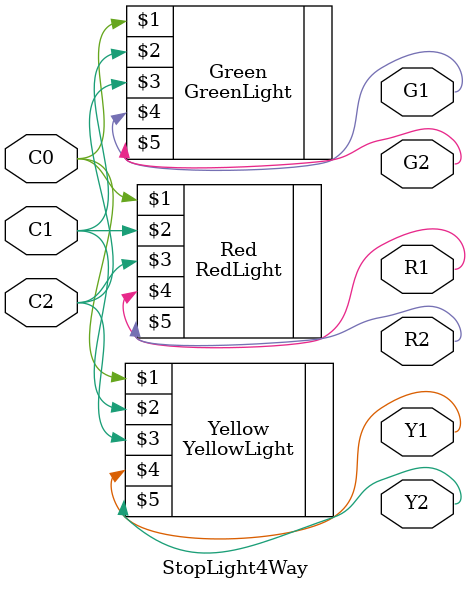
<source format=v>
`timescale 1ns / 1ps


module StopLight4Way(
    input C0,
    input C1,
    input C2,
    output R1,
    output R2,
    output Y1,
    output Y2,
    output G1,
    output G2
    );
    RedLight Red(C0,C1,C2,R1,R2);
    GreenLight Green(C0,C1,C2,G1,G2);
    YellowLight Yellow(C0,C1,C2,Y1,Y2);
endmodule

</source>
